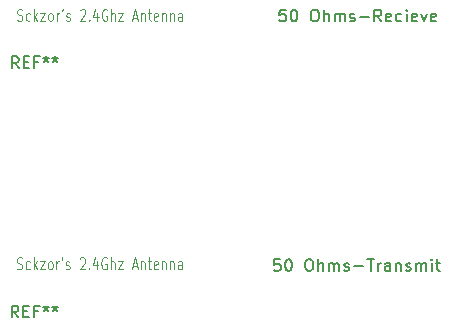
<source format=gbr>
%TF.GenerationSoftware,KiCad,Pcbnew,6.0.7*%
%TF.CreationDate,2022-10-28T11:28:35-04:00*%
%TF.ProjectId,Antennas,416e7465-6e6e-4617-932e-6b696361645f,rev?*%
%TF.SameCoordinates,Original*%
%TF.FileFunction,Legend,Top*%
%TF.FilePolarity,Positive*%
%FSLAX46Y46*%
G04 Gerber Fmt 4.6, Leading zero omitted, Abs format (unit mm)*
G04 Created by KiCad (PCBNEW 6.0.7) date 2022-10-28 11:28:35*
%MOMM*%
%LPD*%
G01*
G04 APERTURE LIST*
%ADD10C,0.150000*%
%ADD11C,0.101600*%
G04 APERTURE END LIST*
D10*
X44883809Y-43612380D02*
X44407619Y-43612380D01*
X44360000Y-44088571D01*
X44407619Y-44040952D01*
X44502857Y-43993333D01*
X44740952Y-43993333D01*
X44836190Y-44040952D01*
X44883809Y-44088571D01*
X44931428Y-44183809D01*
X44931428Y-44421904D01*
X44883809Y-44517142D01*
X44836190Y-44564761D01*
X44740952Y-44612380D01*
X44502857Y-44612380D01*
X44407619Y-44564761D01*
X44360000Y-44517142D01*
X45550476Y-43612380D02*
X45645714Y-43612380D01*
X45740952Y-43660000D01*
X45788571Y-43707619D01*
X45836190Y-43802857D01*
X45883809Y-43993333D01*
X45883809Y-44231428D01*
X45836190Y-44421904D01*
X45788571Y-44517142D01*
X45740952Y-44564761D01*
X45645714Y-44612380D01*
X45550476Y-44612380D01*
X45455238Y-44564761D01*
X45407619Y-44517142D01*
X45360000Y-44421904D01*
X45312380Y-44231428D01*
X45312380Y-43993333D01*
X45360000Y-43802857D01*
X45407619Y-43707619D01*
X45455238Y-43660000D01*
X45550476Y-43612380D01*
X47264761Y-43612380D02*
X47455238Y-43612380D01*
X47550476Y-43660000D01*
X47645714Y-43755238D01*
X47693333Y-43945714D01*
X47693333Y-44279047D01*
X47645714Y-44469523D01*
X47550476Y-44564761D01*
X47455238Y-44612380D01*
X47264761Y-44612380D01*
X47169523Y-44564761D01*
X47074285Y-44469523D01*
X47026666Y-44279047D01*
X47026666Y-43945714D01*
X47074285Y-43755238D01*
X47169523Y-43660000D01*
X47264761Y-43612380D01*
X48121904Y-44612380D02*
X48121904Y-43612380D01*
X48550476Y-44612380D02*
X48550476Y-44088571D01*
X48502857Y-43993333D01*
X48407619Y-43945714D01*
X48264761Y-43945714D01*
X48169523Y-43993333D01*
X48121904Y-44040952D01*
X49026666Y-44612380D02*
X49026666Y-43945714D01*
X49026666Y-44040952D02*
X49074285Y-43993333D01*
X49169523Y-43945714D01*
X49312380Y-43945714D01*
X49407619Y-43993333D01*
X49455238Y-44088571D01*
X49455238Y-44612380D01*
X49455238Y-44088571D02*
X49502857Y-43993333D01*
X49598095Y-43945714D01*
X49740952Y-43945714D01*
X49836190Y-43993333D01*
X49883809Y-44088571D01*
X49883809Y-44612380D01*
X50312380Y-44564761D02*
X50407619Y-44612380D01*
X50598095Y-44612380D01*
X50693333Y-44564761D01*
X50740952Y-44469523D01*
X50740952Y-44421904D01*
X50693333Y-44326666D01*
X50598095Y-44279047D01*
X50455238Y-44279047D01*
X50359999Y-44231428D01*
X50312380Y-44136190D01*
X50312380Y-44088571D01*
X50359999Y-43993333D01*
X50455238Y-43945714D01*
X50598095Y-43945714D01*
X50693333Y-43993333D01*
X51169523Y-44231428D02*
X51931428Y-44231428D01*
X52264761Y-43612380D02*
X52836190Y-43612380D01*
X52550476Y-44612380D02*
X52550476Y-43612380D01*
X53169523Y-44612380D02*
X53169523Y-43945714D01*
X53169523Y-44136190D02*
X53217142Y-44040952D01*
X53264761Y-43993333D01*
X53360000Y-43945714D01*
X53455238Y-43945714D01*
X54217142Y-44612380D02*
X54217142Y-44088571D01*
X54169523Y-43993333D01*
X54074285Y-43945714D01*
X53883809Y-43945714D01*
X53788571Y-43993333D01*
X54217142Y-44564761D02*
X54121904Y-44612380D01*
X53883809Y-44612380D01*
X53788571Y-44564761D01*
X53740952Y-44469523D01*
X53740952Y-44374285D01*
X53788571Y-44279047D01*
X53883809Y-44231428D01*
X54121904Y-44231428D01*
X54217142Y-44183809D01*
X54693333Y-43945714D02*
X54693333Y-44612380D01*
X54693333Y-44040952D02*
X54740952Y-43993333D01*
X54836190Y-43945714D01*
X54979047Y-43945714D01*
X55074285Y-43993333D01*
X55121904Y-44088571D01*
X55121904Y-44612380D01*
X55550476Y-44564761D02*
X55645714Y-44612380D01*
X55836190Y-44612380D01*
X55931428Y-44564761D01*
X55979047Y-44469523D01*
X55979047Y-44421904D01*
X55931428Y-44326666D01*
X55836190Y-44279047D01*
X55693333Y-44279047D01*
X55598095Y-44231428D01*
X55550476Y-44136190D01*
X55550476Y-44088571D01*
X55598095Y-43993333D01*
X55693333Y-43945714D01*
X55836190Y-43945714D01*
X55931428Y-43993333D01*
X56407619Y-44612380D02*
X56407619Y-43945714D01*
X56407619Y-44040952D02*
X56455238Y-43993333D01*
X56550476Y-43945714D01*
X56693333Y-43945714D01*
X56788571Y-43993333D01*
X56836190Y-44088571D01*
X56836190Y-44612380D01*
X56836190Y-44088571D02*
X56883809Y-43993333D01*
X56979047Y-43945714D01*
X57121904Y-43945714D01*
X57217142Y-43993333D01*
X57264761Y-44088571D01*
X57264761Y-44612380D01*
X57740952Y-44612380D02*
X57740952Y-43945714D01*
X57740952Y-43612380D02*
X57693333Y-43660000D01*
X57740952Y-43707619D01*
X57788571Y-43660000D01*
X57740952Y-43612380D01*
X57740952Y-43707619D01*
X58074285Y-43945714D02*
X58455238Y-43945714D01*
X58217142Y-43612380D02*
X58217142Y-44469523D01*
X58264761Y-44564761D01*
X58360000Y-44612380D01*
X58455238Y-44612380D01*
X45360952Y-22502380D02*
X44884761Y-22502380D01*
X44837142Y-22978571D01*
X44884761Y-22930952D01*
X44980000Y-22883333D01*
X45218095Y-22883333D01*
X45313333Y-22930952D01*
X45360952Y-22978571D01*
X45408571Y-23073809D01*
X45408571Y-23311904D01*
X45360952Y-23407142D01*
X45313333Y-23454761D01*
X45218095Y-23502380D01*
X44980000Y-23502380D01*
X44884761Y-23454761D01*
X44837142Y-23407142D01*
X46027619Y-22502380D02*
X46122857Y-22502380D01*
X46218095Y-22550000D01*
X46265714Y-22597619D01*
X46313333Y-22692857D01*
X46360952Y-22883333D01*
X46360952Y-23121428D01*
X46313333Y-23311904D01*
X46265714Y-23407142D01*
X46218095Y-23454761D01*
X46122857Y-23502380D01*
X46027619Y-23502380D01*
X45932380Y-23454761D01*
X45884761Y-23407142D01*
X45837142Y-23311904D01*
X45789523Y-23121428D01*
X45789523Y-22883333D01*
X45837142Y-22692857D01*
X45884761Y-22597619D01*
X45932380Y-22550000D01*
X46027619Y-22502380D01*
X47741904Y-22502380D02*
X47932380Y-22502380D01*
X48027619Y-22550000D01*
X48122857Y-22645238D01*
X48170476Y-22835714D01*
X48170476Y-23169047D01*
X48122857Y-23359523D01*
X48027619Y-23454761D01*
X47932380Y-23502380D01*
X47741904Y-23502380D01*
X47646666Y-23454761D01*
X47551428Y-23359523D01*
X47503809Y-23169047D01*
X47503809Y-22835714D01*
X47551428Y-22645238D01*
X47646666Y-22550000D01*
X47741904Y-22502380D01*
X48599047Y-23502380D02*
X48599047Y-22502380D01*
X49027619Y-23502380D02*
X49027619Y-22978571D01*
X48980000Y-22883333D01*
X48884761Y-22835714D01*
X48741904Y-22835714D01*
X48646666Y-22883333D01*
X48599047Y-22930952D01*
X49503809Y-23502380D02*
X49503809Y-22835714D01*
X49503809Y-22930952D02*
X49551428Y-22883333D01*
X49646666Y-22835714D01*
X49789523Y-22835714D01*
X49884761Y-22883333D01*
X49932380Y-22978571D01*
X49932380Y-23502380D01*
X49932380Y-22978571D02*
X49980000Y-22883333D01*
X50075238Y-22835714D01*
X50218095Y-22835714D01*
X50313333Y-22883333D01*
X50360952Y-22978571D01*
X50360952Y-23502380D01*
X50789523Y-23454761D02*
X50884761Y-23502380D01*
X51075238Y-23502380D01*
X51170476Y-23454761D01*
X51218095Y-23359523D01*
X51218095Y-23311904D01*
X51170476Y-23216666D01*
X51075238Y-23169047D01*
X50932380Y-23169047D01*
X50837142Y-23121428D01*
X50789523Y-23026190D01*
X50789523Y-22978571D01*
X50837142Y-22883333D01*
X50932380Y-22835714D01*
X51075238Y-22835714D01*
X51170476Y-22883333D01*
X51646666Y-23121428D02*
X52408571Y-23121428D01*
X53456190Y-23502380D02*
X53122857Y-23026190D01*
X52884761Y-23502380D02*
X52884761Y-22502380D01*
X53265714Y-22502380D01*
X53360952Y-22550000D01*
X53408571Y-22597619D01*
X53456190Y-22692857D01*
X53456190Y-22835714D01*
X53408571Y-22930952D01*
X53360952Y-22978571D01*
X53265714Y-23026190D01*
X52884761Y-23026190D01*
X54265714Y-23454761D02*
X54170476Y-23502380D01*
X53980000Y-23502380D01*
X53884761Y-23454761D01*
X53837142Y-23359523D01*
X53837142Y-22978571D01*
X53884761Y-22883333D01*
X53980000Y-22835714D01*
X54170476Y-22835714D01*
X54265714Y-22883333D01*
X54313333Y-22978571D01*
X54313333Y-23073809D01*
X53837142Y-23169047D01*
X55170476Y-23454761D02*
X55075238Y-23502380D01*
X54884761Y-23502380D01*
X54789523Y-23454761D01*
X54741904Y-23407142D01*
X54694285Y-23311904D01*
X54694285Y-23026190D01*
X54741904Y-22930952D01*
X54789523Y-22883333D01*
X54884761Y-22835714D01*
X55075238Y-22835714D01*
X55170476Y-22883333D01*
X55599047Y-23502380D02*
X55599047Y-22835714D01*
X55599047Y-22502380D02*
X55551428Y-22550000D01*
X55599047Y-22597619D01*
X55646666Y-22550000D01*
X55599047Y-22502380D01*
X55599047Y-22597619D01*
X56456190Y-23454761D02*
X56360952Y-23502380D01*
X56170476Y-23502380D01*
X56075238Y-23454761D01*
X56027619Y-23359523D01*
X56027619Y-22978571D01*
X56075238Y-22883333D01*
X56170476Y-22835714D01*
X56360952Y-22835714D01*
X56456190Y-22883333D01*
X56503809Y-22978571D01*
X56503809Y-23073809D01*
X56027619Y-23169047D01*
X56837142Y-22835714D02*
X57075238Y-23502380D01*
X57313333Y-22835714D01*
X58075238Y-23454761D02*
X57979999Y-23502380D01*
X57789523Y-23502380D01*
X57694285Y-23454761D01*
X57646666Y-23359523D01*
X57646666Y-22978571D01*
X57694285Y-22883333D01*
X57789523Y-22835714D01*
X57979999Y-22835714D01*
X58075238Y-22883333D01*
X58122857Y-22978571D01*
X58122857Y-23073809D01*
X57646666Y-23169047D01*
D11*
X22636857Y-23414761D02*
X22745714Y-23462380D01*
X22927142Y-23462380D01*
X22999714Y-23414761D01*
X23035999Y-23367142D01*
X23072285Y-23271904D01*
X23072285Y-23176666D01*
X23035999Y-23081428D01*
X22999714Y-23033809D01*
X22927142Y-22986190D01*
X22781999Y-22938571D01*
X22709428Y-22890952D01*
X22673142Y-22843333D01*
X22636857Y-22748095D01*
X22636857Y-22652857D01*
X22673142Y-22557619D01*
X22709428Y-22510000D01*
X22781999Y-22462380D01*
X22963428Y-22462380D01*
X23072285Y-22510000D01*
X23725428Y-23414761D02*
X23652857Y-23462380D01*
X23507714Y-23462380D01*
X23435142Y-23414761D01*
X23398857Y-23367142D01*
X23362571Y-23271904D01*
X23362571Y-22986190D01*
X23398857Y-22890952D01*
X23435142Y-22843333D01*
X23507714Y-22795714D01*
X23652857Y-22795714D01*
X23725428Y-22843333D01*
X24051999Y-23462380D02*
X24051999Y-22462380D01*
X24124571Y-23081428D02*
X24342285Y-23462380D01*
X24342285Y-22795714D02*
X24051999Y-23176666D01*
X24596285Y-22795714D02*
X24995428Y-22795714D01*
X24596285Y-23462380D01*
X24995428Y-23462380D01*
X25394571Y-23462380D02*
X25322000Y-23414761D01*
X25285714Y-23367142D01*
X25249428Y-23271904D01*
X25249428Y-22986190D01*
X25285714Y-22890952D01*
X25322000Y-22843333D01*
X25394571Y-22795714D01*
X25503428Y-22795714D01*
X25576000Y-22843333D01*
X25612285Y-22890952D01*
X25648571Y-22986190D01*
X25648571Y-23271904D01*
X25612285Y-23367142D01*
X25576000Y-23414761D01*
X25503428Y-23462380D01*
X25394571Y-23462380D01*
X25975142Y-23462380D02*
X25975142Y-22795714D01*
X25975142Y-22986190D02*
X26011428Y-22890952D01*
X26047714Y-22843333D01*
X26120285Y-22795714D01*
X26192857Y-22795714D01*
X26483142Y-22462380D02*
X26410571Y-22652857D01*
X26773428Y-23414761D02*
X26846000Y-23462380D01*
X26991142Y-23462380D01*
X27063714Y-23414761D01*
X27100000Y-23319523D01*
X27100000Y-23271904D01*
X27063714Y-23176666D01*
X26991142Y-23129047D01*
X26882285Y-23129047D01*
X26809714Y-23081428D01*
X26773428Y-22986190D01*
X26773428Y-22938571D01*
X26809714Y-22843333D01*
X26882285Y-22795714D01*
X26991142Y-22795714D01*
X27063714Y-22843333D01*
X27970857Y-22557619D02*
X28007142Y-22510000D01*
X28079714Y-22462380D01*
X28261142Y-22462380D01*
X28333714Y-22510000D01*
X28370000Y-22557619D01*
X28406285Y-22652857D01*
X28406285Y-22748095D01*
X28370000Y-22890952D01*
X27934571Y-23462380D01*
X28406285Y-23462380D01*
X28732857Y-23367142D02*
X28769142Y-23414761D01*
X28732857Y-23462380D01*
X28696571Y-23414761D01*
X28732857Y-23367142D01*
X28732857Y-23462380D01*
X29422285Y-22795714D02*
X29422285Y-23462380D01*
X29240857Y-22414761D02*
X29059428Y-23129047D01*
X29531142Y-23129047D01*
X30220571Y-22510000D02*
X30147999Y-22462380D01*
X30039142Y-22462380D01*
X29930285Y-22510000D01*
X29857714Y-22605238D01*
X29821428Y-22700476D01*
X29785142Y-22890952D01*
X29785142Y-23033809D01*
X29821428Y-23224285D01*
X29857714Y-23319523D01*
X29930285Y-23414761D01*
X30039142Y-23462380D01*
X30111714Y-23462380D01*
X30220571Y-23414761D01*
X30256857Y-23367142D01*
X30256857Y-23033809D01*
X30111714Y-23033809D01*
X30583428Y-23462380D02*
X30583428Y-22462380D01*
X30909999Y-23462380D02*
X30909999Y-22938571D01*
X30873714Y-22843333D01*
X30801142Y-22795714D01*
X30692285Y-22795714D01*
X30619714Y-22843333D01*
X30583428Y-22890952D01*
X31200285Y-22795714D02*
X31599428Y-22795714D01*
X31200285Y-23462380D01*
X31599428Y-23462380D01*
X32434000Y-23176666D02*
X32796857Y-23176666D01*
X32361428Y-23462380D02*
X32615428Y-22462380D01*
X32869428Y-23462380D01*
X33123428Y-22795714D02*
X33123428Y-23462380D01*
X33123428Y-22890952D02*
X33159714Y-22843333D01*
X33232285Y-22795714D01*
X33341142Y-22795714D01*
X33413714Y-22843333D01*
X33450000Y-22938571D01*
X33450000Y-23462380D01*
X33704000Y-22795714D02*
X33994285Y-22795714D01*
X33812857Y-22462380D02*
X33812857Y-23319523D01*
X33849142Y-23414761D01*
X33921714Y-23462380D01*
X33994285Y-23462380D01*
X34538571Y-23414761D02*
X34466000Y-23462380D01*
X34320857Y-23462380D01*
X34248285Y-23414761D01*
X34212000Y-23319523D01*
X34212000Y-22938571D01*
X34248285Y-22843333D01*
X34320857Y-22795714D01*
X34466000Y-22795714D01*
X34538571Y-22843333D01*
X34574857Y-22938571D01*
X34574857Y-23033809D01*
X34212000Y-23129047D01*
X34901428Y-22795714D02*
X34901428Y-23462380D01*
X34901428Y-22890952D02*
X34937714Y-22843333D01*
X35010285Y-22795714D01*
X35119142Y-22795714D01*
X35191714Y-22843333D01*
X35228000Y-22938571D01*
X35228000Y-23462380D01*
X35590857Y-22795714D02*
X35590857Y-23462380D01*
X35590857Y-22890952D02*
X35627142Y-22843333D01*
X35699714Y-22795714D01*
X35808571Y-22795714D01*
X35881142Y-22843333D01*
X35917428Y-22938571D01*
X35917428Y-23462380D01*
X36606857Y-23462380D02*
X36606857Y-22938571D01*
X36570571Y-22843333D01*
X36497999Y-22795714D01*
X36352857Y-22795714D01*
X36280285Y-22843333D01*
X36606857Y-23414761D02*
X36534285Y-23462380D01*
X36352857Y-23462380D01*
X36280285Y-23414761D01*
X36243999Y-23319523D01*
X36243999Y-23224285D01*
X36280285Y-23129047D01*
X36352857Y-23081428D01*
X36534285Y-23081428D01*
X36606857Y-23033809D01*
X22616857Y-44434761D02*
X22725714Y-44482380D01*
X22907142Y-44482380D01*
X22979714Y-44434761D01*
X23015999Y-44387142D01*
X23052285Y-44291904D01*
X23052285Y-44196666D01*
X23015999Y-44101428D01*
X22979714Y-44053809D01*
X22907142Y-44006190D01*
X22761999Y-43958571D01*
X22689428Y-43910952D01*
X22653142Y-43863333D01*
X22616857Y-43768095D01*
X22616857Y-43672857D01*
X22653142Y-43577619D01*
X22689428Y-43530000D01*
X22761999Y-43482380D01*
X22943428Y-43482380D01*
X23052285Y-43530000D01*
X23705428Y-44434761D02*
X23632857Y-44482380D01*
X23487714Y-44482380D01*
X23415142Y-44434761D01*
X23378857Y-44387142D01*
X23342571Y-44291904D01*
X23342571Y-44006190D01*
X23378857Y-43910952D01*
X23415142Y-43863333D01*
X23487714Y-43815714D01*
X23632857Y-43815714D01*
X23705428Y-43863333D01*
X24031999Y-44482380D02*
X24031999Y-43482380D01*
X24104571Y-44101428D02*
X24322285Y-44482380D01*
X24322285Y-43815714D02*
X24031999Y-44196666D01*
X24576285Y-43815714D02*
X24975428Y-43815714D01*
X24576285Y-44482380D01*
X24975428Y-44482380D01*
X25374571Y-44482380D02*
X25302000Y-44434761D01*
X25265714Y-44387142D01*
X25229428Y-44291904D01*
X25229428Y-44006190D01*
X25265714Y-43910952D01*
X25302000Y-43863333D01*
X25374571Y-43815714D01*
X25483428Y-43815714D01*
X25556000Y-43863333D01*
X25592285Y-43910952D01*
X25628571Y-44006190D01*
X25628571Y-44291904D01*
X25592285Y-44387142D01*
X25556000Y-44434761D01*
X25483428Y-44482380D01*
X25374571Y-44482380D01*
X25955142Y-44482380D02*
X25955142Y-43815714D01*
X25955142Y-44006190D02*
X25991428Y-43910952D01*
X26027714Y-43863333D01*
X26100285Y-43815714D01*
X26172857Y-43815714D01*
X26463142Y-43482380D02*
X26390571Y-43672857D01*
X26753428Y-44434761D02*
X26826000Y-44482380D01*
X26971142Y-44482380D01*
X27043714Y-44434761D01*
X27080000Y-44339523D01*
X27080000Y-44291904D01*
X27043714Y-44196666D01*
X26971142Y-44149047D01*
X26862285Y-44149047D01*
X26789714Y-44101428D01*
X26753428Y-44006190D01*
X26753428Y-43958571D01*
X26789714Y-43863333D01*
X26862285Y-43815714D01*
X26971142Y-43815714D01*
X27043714Y-43863333D01*
X27950857Y-43577619D02*
X27987142Y-43530000D01*
X28059714Y-43482380D01*
X28241142Y-43482380D01*
X28313714Y-43530000D01*
X28350000Y-43577619D01*
X28386285Y-43672857D01*
X28386285Y-43768095D01*
X28350000Y-43910952D01*
X27914571Y-44482380D01*
X28386285Y-44482380D01*
X28712857Y-44387142D02*
X28749142Y-44434761D01*
X28712857Y-44482380D01*
X28676571Y-44434761D01*
X28712857Y-44387142D01*
X28712857Y-44482380D01*
X29402285Y-43815714D02*
X29402285Y-44482380D01*
X29220857Y-43434761D02*
X29039428Y-44149047D01*
X29511142Y-44149047D01*
X30200571Y-43530000D02*
X30127999Y-43482380D01*
X30019142Y-43482380D01*
X29910285Y-43530000D01*
X29837714Y-43625238D01*
X29801428Y-43720476D01*
X29765142Y-43910952D01*
X29765142Y-44053809D01*
X29801428Y-44244285D01*
X29837714Y-44339523D01*
X29910285Y-44434761D01*
X30019142Y-44482380D01*
X30091714Y-44482380D01*
X30200571Y-44434761D01*
X30236857Y-44387142D01*
X30236857Y-44053809D01*
X30091714Y-44053809D01*
X30563428Y-44482380D02*
X30563428Y-43482380D01*
X30889999Y-44482380D02*
X30889999Y-43958571D01*
X30853714Y-43863333D01*
X30781142Y-43815714D01*
X30672285Y-43815714D01*
X30599714Y-43863333D01*
X30563428Y-43910952D01*
X31180285Y-43815714D02*
X31579428Y-43815714D01*
X31180285Y-44482380D01*
X31579428Y-44482380D01*
X32414000Y-44196666D02*
X32776857Y-44196666D01*
X32341428Y-44482380D02*
X32595428Y-43482380D01*
X32849428Y-44482380D01*
X33103428Y-43815714D02*
X33103428Y-44482380D01*
X33103428Y-43910952D02*
X33139714Y-43863333D01*
X33212285Y-43815714D01*
X33321142Y-43815714D01*
X33393714Y-43863333D01*
X33430000Y-43958571D01*
X33430000Y-44482380D01*
X33684000Y-43815714D02*
X33974285Y-43815714D01*
X33792857Y-43482380D02*
X33792857Y-44339523D01*
X33829142Y-44434761D01*
X33901714Y-44482380D01*
X33974285Y-44482380D01*
X34518571Y-44434761D02*
X34446000Y-44482380D01*
X34300857Y-44482380D01*
X34228285Y-44434761D01*
X34192000Y-44339523D01*
X34192000Y-43958571D01*
X34228285Y-43863333D01*
X34300857Y-43815714D01*
X34446000Y-43815714D01*
X34518571Y-43863333D01*
X34554857Y-43958571D01*
X34554857Y-44053809D01*
X34192000Y-44149047D01*
X34881428Y-43815714D02*
X34881428Y-44482380D01*
X34881428Y-43910952D02*
X34917714Y-43863333D01*
X34990285Y-43815714D01*
X35099142Y-43815714D01*
X35171714Y-43863333D01*
X35208000Y-43958571D01*
X35208000Y-44482380D01*
X35570857Y-43815714D02*
X35570857Y-44482380D01*
X35570857Y-43910952D02*
X35607142Y-43863333D01*
X35679714Y-43815714D01*
X35788571Y-43815714D01*
X35861142Y-43863333D01*
X35897428Y-43958571D01*
X35897428Y-44482380D01*
X36586857Y-44482380D02*
X36586857Y-43958571D01*
X36550571Y-43863333D01*
X36477999Y-43815714D01*
X36332857Y-43815714D01*
X36260285Y-43863333D01*
X36586857Y-44434761D02*
X36514285Y-44482380D01*
X36332857Y-44482380D01*
X36260285Y-44434761D01*
X36223999Y-44339523D01*
X36223999Y-44244285D01*
X36260285Y-44149047D01*
X36332857Y-44101428D01*
X36514285Y-44101428D01*
X36586857Y-44053809D01*
D10*
%TO.C,REF\u002A\u002A*%
X22736666Y-48552380D02*
X22403333Y-48076190D01*
X22165238Y-48552380D02*
X22165238Y-47552380D01*
X22546190Y-47552380D01*
X22641428Y-47600000D01*
X22689047Y-47647619D01*
X22736666Y-47742857D01*
X22736666Y-47885714D01*
X22689047Y-47980952D01*
X22641428Y-48028571D01*
X22546190Y-48076190D01*
X22165238Y-48076190D01*
X23165238Y-48028571D02*
X23498571Y-48028571D01*
X23641428Y-48552380D02*
X23165238Y-48552380D01*
X23165238Y-47552380D01*
X23641428Y-47552380D01*
X24403333Y-48028571D02*
X24070000Y-48028571D01*
X24070000Y-48552380D02*
X24070000Y-47552380D01*
X24546190Y-47552380D01*
X25070000Y-47552380D02*
X25070000Y-47790476D01*
X24831904Y-47695238D02*
X25070000Y-47790476D01*
X25308095Y-47695238D01*
X24927142Y-47980952D02*
X25070000Y-47790476D01*
X25212857Y-47980952D01*
X25831904Y-47552380D02*
X25831904Y-47790476D01*
X25593809Y-47695238D02*
X25831904Y-47790476D01*
X26070000Y-47695238D01*
X25689047Y-47980952D02*
X25831904Y-47790476D01*
X25974761Y-47980952D01*
X22746666Y-27462380D02*
X22413333Y-26986190D01*
X22175238Y-27462380D02*
X22175238Y-26462380D01*
X22556190Y-26462380D01*
X22651428Y-26510000D01*
X22699047Y-26557619D01*
X22746666Y-26652857D01*
X22746666Y-26795714D01*
X22699047Y-26890952D01*
X22651428Y-26938571D01*
X22556190Y-26986190D01*
X22175238Y-26986190D01*
X23175238Y-26938571D02*
X23508571Y-26938571D01*
X23651428Y-27462380D02*
X23175238Y-27462380D01*
X23175238Y-26462380D01*
X23651428Y-26462380D01*
X24413333Y-26938571D02*
X24080000Y-26938571D01*
X24080000Y-27462380D02*
X24080000Y-26462380D01*
X24556190Y-26462380D01*
X25080000Y-26462380D02*
X25080000Y-26700476D01*
X24841904Y-26605238D02*
X25080000Y-26700476D01*
X25318095Y-26605238D01*
X24937142Y-26890952D02*
X25080000Y-26700476D01*
X25222857Y-26890952D01*
X25841904Y-26462380D02*
X25841904Y-26700476D01*
X25603809Y-26605238D02*
X25841904Y-26700476D01*
X26080000Y-26605238D01*
X25699047Y-26890952D02*
X25841904Y-26700476D01*
X25984761Y-26890952D01*
%TD*%
M02*

</source>
